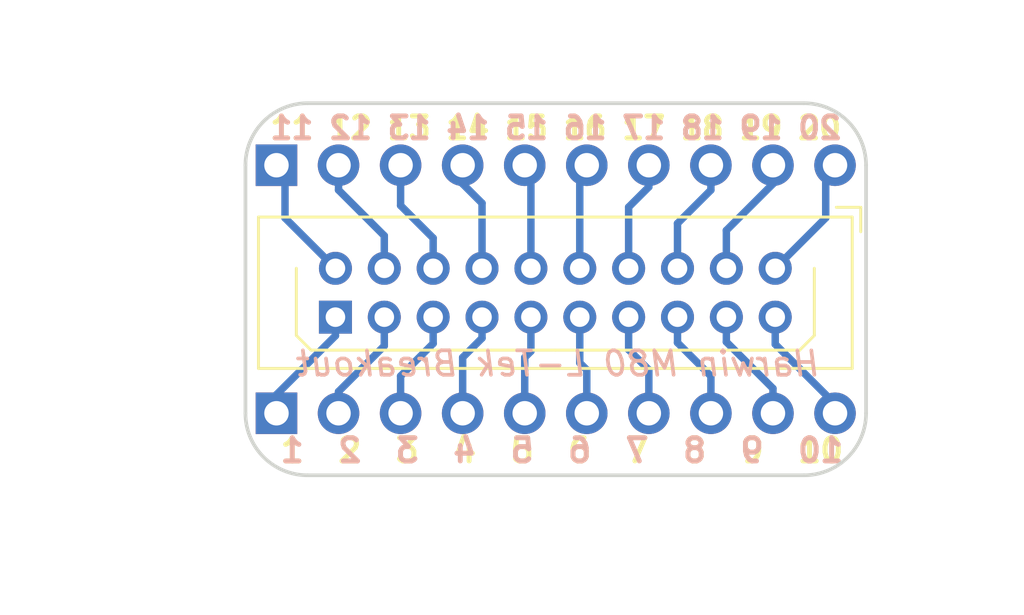
<source format=kicad_pcb>
(kicad_pcb (version 20171130) (host pcbnew "(5.1.12)-1")

  (general
    (thickness 1.6)
    (drawings 18)
    (tracks 58)
    (zones 0)
    (modules 3)
    (nets 21)
  )

  (page A4)
  (layers
    (0 F.Cu signal)
    (31 B.Cu signal)
    (32 B.Adhes user)
    (33 F.Adhes user)
    (34 B.Paste user)
    (35 F.Paste user)
    (36 B.SilkS user)
    (37 F.SilkS user)
    (38 B.Mask user)
    (39 F.Mask user)
    (40 Dwgs.User user)
    (41 Cmts.User user)
    (42 Eco1.User user)
    (43 Eco2.User user)
    (44 Edge.Cuts user)
    (45 Margin user)
    (46 B.CrtYd user)
    (47 F.CrtYd user)
    (48 B.Fab user)
    (49 F.Fab user)
  )

  (setup
    (last_trace_width 0.3048)
    (user_trace_width 0.1524)
    (user_trace_width 0.254)
    (user_trace_width 0.3048)
    (user_trace_width 0.4064)
    (trace_clearance 0.1524)
    (zone_clearance 0.508)
    (zone_45_only no)
    (trace_min 0.1524)
    (via_size 0.6858)
    (via_drill 0.3302)
    (via_min_size 0.508)
    (via_min_drill 0.254)
    (uvia_size 0.3)
    (uvia_drill 0.1)
    (uvias_allowed no)
    (uvia_min_size 0.2)
    (uvia_min_drill 0.1)
    (edge_width 0.15)
    (segment_width 0.1524)
    (pcb_text_width 0.3)
    (pcb_text_size 1.5 1.5)
    (mod_edge_width 0.25)
    (mod_text_size 1 1)
    (mod_text_width 0.15)
    (pad_size 1.524 1.524)
    (pad_drill 0.762)
    (pad_to_mask_clearance 0.0508)
    (solder_mask_min_width 0.1016)
    (aux_axis_origin 0 0)
    (visible_elements 7FFFFFFF)
    (pcbplotparams
      (layerselection 0x00030_80000001)
      (usegerberextensions false)
      (usegerberattributes true)
      (usegerberadvancedattributes true)
      (creategerberjobfile true)
      (excludeedgelayer true)
      (linewidth 0.100000)
      (plotframeref false)
      (viasonmask false)
      (mode 1)
      (useauxorigin false)
      (hpglpennumber 1)
      (hpglpenspeed 20)
      (hpglpendiameter 15.000000)
      (psnegative false)
      (psa4output false)
      (plotreference true)
      (plotvalue true)
      (plotinvisibletext false)
      (padsonsilk false)
      (subtractmaskfromsilk false)
      (outputformat 1)
      (mirror false)
      (drillshape 1)
      (scaleselection 1)
      (outputdirectory ""))
  )

  (net 0 "")
  (net 1 /A0)
  (net 2 /A1)
  (net 3 /A2)
  (net 4 /A3)
  (net 5 /D0)
  (net 6 /D1)
  (net 7 /D2)
  (net 8 /D3)
  (net 9 /D4)
  (net 10 /D5)
  (net 11 /D6)
  (net 12 /D7)
  (net 13 /D8)
  (net 14 /D9)
  (net 15 /D10)
  (net 16 /D13)
  (net 17 /D12)
  (net 18 /D11)
  (net 19 /A4)
  (net 20 /A5)

  (net_class Default "This is the default net class."
    (clearance 0.1524)
    (trace_width 0.1524)
    (via_dia 0.6858)
    (via_drill 0.3302)
    (uvia_dia 0.3)
    (uvia_drill 0.1)
    (add_net /A0)
    (add_net /A1)
    (add_net /A2)
    (add_net /A3)
    (add_net /A4)
    (add_net /A5)
    (add_net /D0)
    (add_net /D1)
    (add_net /D10)
    (add_net /D11)
    (add_net /D12)
    (add_net /D13)
    (add_net /D2)
    (add_net /D3)
    (add_net /D4)
    (add_net /D5)
    (add_net /D6)
    (add_net /D7)
    (add_net /D8)
    (add_net /D9)
  )

  (module footprints:Harwin_LTek-Male_2x10_P2.00mm_Vertical (layer F.Cu) (tedit 63405015) (tstamp 63405340)
    (at 122.013 124.873 180)
    (descr "Harwin LTek Connector, 20 pins, single row male, vertical entry")
    (tags "connector harwin ltek M80")
    (path /62FF0A69)
    (fp_text reference J1 (at 9 -5.5) (layer F.SilkS) hide
      (effects (font (size 1 1) (thickness 0.15)))
    )
    (fp_text value Conn_02x10_Top_Bottom (at 9 4) (layer F.Fab)
      (effects (font (size 1 1) (thickness 0.15)))
    )
    (fp_text user %R (at 9 0) (layer F.Fab)
      (effects (font (size 1 1) (thickness 0.15)))
    )
    (fp_line (start -3.5 2.5) (end -2.5 2.5) (layer F.SilkS) (width 0.12))
    (fp_line (start -3.5 1.5) (end -3.5 2.5) (layer F.SilkS) (width 0.12))
    (fp_line (start 19 -3.35) (end 9 -3.35) (layer F.SilkS) (width 0.12))
    (fp_line (start 19.6 -2.75) (end 19 -3.35) (layer F.SilkS) (width 0.12))
    (fp_line (start 19.6 0) (end 19.6 -2.75) (layer F.SilkS) (width 0.12))
    (fp_line (start -1 -3.35) (end 9 -3.35) (layer F.SilkS) (width 0.12))
    (fp_line (start -1.6 -2.75) (end -1 -3.35) (layer F.SilkS) (width 0.12))
    (fp_line (start -1.6 0) (end -1.6 -2.75) (layer F.SilkS) (width 0.12))
    (fp_line (start 19.75 1.5) (end -1.75 1.5) (layer F.Fab) (width 0.1))
    (fp_line (start 19.75 -2.75) (end 19.75 1.5) (layer F.Fab) (width 0.1))
    (fp_line (start 19 -3.5) (end 19.75 -2.75) (layer F.Fab) (width 0.1))
    (fp_line (start -1 -3.5) (end 19 -3.5) (layer F.Fab) (width 0.1))
    (fp_line (start -1.75 -2.75) (end -1 -3.5) (layer F.Fab) (width 0.1))
    (fp_line (start -1.75 1.5) (end -1.75 -2.75) (layer F.Fab) (width 0.1))
    (fp_line (start 21.05 -4) (end -3.05 -4) (layer F.Fab) (width 0.1))
    (fp_line (start 21.05 2) (end 21.05 -4) (layer F.Fab) (width 0.1))
    (fp_line (start -3.05 2) (end 21.05 2) (layer F.Fab) (width 0.1))
    (fp_line (start -3.05 -4) (end -3.05 2) (layer F.Fab) (width 0.1))
    (fp_line (start 21.55 -4.5) (end -3.55 -4.5) (layer F.CrtYd) (width 0.05))
    (fp_line (start 21.55 2.5) (end 21.55 -4.5) (layer F.CrtYd) (width 0.05))
    (fp_line (start -3.55 2.5) (end 21.55 2.5) (layer F.CrtYd) (width 0.05))
    (fp_line (start -3.55 -4.5) (end -3.55 2.5) (layer F.CrtYd) (width 0.05))
    (fp_line (start 21.15 -4.1) (end -3.15 -4.1) (layer F.SilkS) (width 0.12))
    (fp_line (start 21.15 2.1) (end 21.15 -4.1) (layer F.SilkS) (width 0.12))
    (fp_line (start -3.15 2.1) (end 21.15 2.1) (layer F.SilkS) (width 0.12))
    (fp_line (start -3.15 -4.1) (end -3.15 2.1) (layer F.SilkS) (width 0.12))
    (pad 1 thru_hole rect (at 18 -2 180) (size 1.35 1.35) (drill 0.8) (layers *.Cu *.Mask)
      (net 5 /D0))
    (pad 2 thru_hole circle (at 16 -2 180) (size 1.35 1.35) (drill 0.8) (layers *.Cu *.Mask)
      (net 6 /D1))
    (pad 3 thru_hole circle (at 14 -2 180) (size 1.35 1.35) (drill 0.8) (layers *.Cu *.Mask)
      (net 7 /D2))
    (pad 4 thru_hole circle (at 12 -2 180) (size 1.35 1.35) (drill 0.8) (layers *.Cu *.Mask)
      (net 8 /D3))
    (pad 5 thru_hole circle (at 10 -2 180) (size 1.35 1.35) (drill 0.8) (layers *.Cu *.Mask)
      (net 9 /D4))
    (pad 6 thru_hole circle (at 8 -2 180) (size 1.35 1.35) (drill 0.8) (layers *.Cu *.Mask)
      (net 10 /D5))
    (pad 7 thru_hole circle (at 6 -2 180) (size 1.35 1.35) (drill 0.8) (layers *.Cu *.Mask)
      (net 11 /D6))
    (pad 8 thru_hole circle (at 4 -2 180) (size 1.35 1.35) (drill 0.8) (layers *.Cu *.Mask)
      (net 12 /D7))
    (pad 9 thru_hole circle (at 2 -2 180) (size 1.35 1.35) (drill 0.8) (layers *.Cu *.Mask)
      (net 13 /D8))
    (pad 10 thru_hole circle (at 0 -2 180) (size 1.35 1.35) (drill 0.8) (layers *.Cu *.Mask)
      (net 14 /D9))
    (pad 11 thru_hole circle (at 18 0 180) (size 1.35 1.35) (drill 0.8) (layers *.Cu *.Mask)
      (net 20 /A5))
    (pad 12 thru_hole circle (at 16 0 180) (size 1.35 1.35) (drill 0.8) (layers *.Cu *.Mask)
      (net 19 /A4))
    (pad 13 thru_hole circle (at 14 0 180) (size 1.35 1.35) (drill 0.8) (layers *.Cu *.Mask)
      (net 4 /A3))
    (pad 14 thru_hole circle (at 12 0 180) (size 1.35 1.35) (drill 0.8) (layers *.Cu *.Mask)
      (net 3 /A2))
    (pad 15 thru_hole circle (at 10 0 180) (size 1.35 1.35) (drill 0.8) (layers *.Cu *.Mask)
      (net 2 /A1))
    (pad 16 thru_hole circle (at 8 0 180) (size 1.35 1.35) (drill 0.8) (layers *.Cu *.Mask)
      (net 1 /A0))
    (pad 17 thru_hole circle (at 6 0 180) (size 1.35 1.35) (drill 0.8) (layers *.Cu *.Mask)
      (net 15 /D10))
    (pad 18 thru_hole circle (at 4 0 180) (size 1.35 1.35) (drill 0.8) (layers *.Cu *.Mask)
      (net 18 /D11))
    (pad 19 thru_hole circle (at 2 0 180) (size 1.35 1.35) (drill 0.8) (layers *.Cu *.Mask)
      (net 17 /D12))
    (pad 20 thru_hole circle (at 0 0 180) (size 1.35 1.35) (drill 0.8) (layers *.Cu *.Mask)
      (net 16 /D13))
    (model ${KISYS3DMOD}/Connector_Harwin.3dshapes/Harwin_LTek-Male_2x10_P2.00mm_Vertical.wrl
      (at (xyz 0 0 0))
      (scale (xyz 1 1 1))
      (rotate (xyz 0 0 0))
    )
  )

  (module Connector_PinHeader_2.54mm:PinHeader_1x10_P2.54mm_Vertical (layer F.Cu) (tedit 63331346) (tstamp 6332231A)
    (at 101.6 120.65 90)
    (descr "Through hole straight pin header, 1x10, 2.54mm pitch, single row")
    (tags "Through hole pin header THT 1x10 2.54mm single row")
    (path /6333E140)
    (fp_text reference J3 (at 0 -2.33 90) (layer F.SilkS) hide
      (effects (font (size 1 1) (thickness 0.15)))
    )
    (fp_text value Conn_01x10_Male (at 0 25.19 90) (layer F.Fab)
      (effects (font (size 1 1) (thickness 0.15)))
    )
    (fp_line (start 1.8 -1.8) (end -1.8 -1.8) (layer F.CrtYd) (width 0.05))
    (fp_line (start 1.8 24.65) (end 1.8 -1.8) (layer F.CrtYd) (width 0.05))
    (fp_line (start -1.8 24.65) (end 1.8 24.65) (layer F.CrtYd) (width 0.05))
    (fp_line (start -1.8 -1.8) (end -1.8 24.65) (layer F.CrtYd) (width 0.05))
    (fp_line (start -1.27 -0.635) (end -0.635 -1.27) (layer F.Fab) (width 0.1))
    (fp_line (start -1.27 24.13) (end -1.27 -0.635) (layer F.Fab) (width 0.1))
    (fp_line (start 1.27 24.13) (end -1.27 24.13) (layer F.Fab) (width 0.1))
    (fp_line (start 1.27 -1.27) (end 1.27 24.13) (layer F.Fab) (width 0.1))
    (fp_line (start -0.635 -1.27) (end 1.27 -1.27) (layer F.Fab) (width 0.1))
    (fp_text user %R (at 0 11.43 180) (layer F.Fab)
      (effects (font (size 1 1) (thickness 0.15)))
    )
    (pad 1 thru_hole rect (at 0 0 90) (size 1.7 1.7) (drill 1) (layers *.Cu *.Mask)
      (net 20 /A5))
    (pad 2 thru_hole oval (at 0 2.54 90) (size 1.7 1.7) (drill 1) (layers *.Cu *.Mask)
      (net 19 /A4))
    (pad 3 thru_hole oval (at 0 5.08 90) (size 1.7 1.7) (drill 1) (layers *.Cu *.Mask)
      (net 4 /A3))
    (pad 4 thru_hole oval (at 0 7.62 90) (size 1.7 1.7) (drill 1) (layers *.Cu *.Mask)
      (net 3 /A2))
    (pad 5 thru_hole oval (at 0 10.16 90) (size 1.7 1.7) (drill 1) (layers *.Cu *.Mask)
      (net 2 /A1))
    (pad 6 thru_hole oval (at 0 12.7 90) (size 1.7 1.7) (drill 1) (layers *.Cu *.Mask)
      (net 1 /A0))
    (pad 7 thru_hole oval (at 0 15.24 90) (size 1.7 1.7) (drill 1) (layers *.Cu *.Mask)
      (net 15 /D10))
    (pad 8 thru_hole oval (at 0 17.78 90) (size 1.7 1.7) (drill 1) (layers *.Cu *.Mask)
      (net 18 /D11))
    (pad 9 thru_hole oval (at 0 20.32 90) (size 1.7 1.7) (drill 1) (layers *.Cu *.Mask)
      (net 17 /D12))
    (pad 10 thru_hole oval (at 0 22.86 90) (size 1.7 1.7) (drill 1) (layers *.Cu *.Mask)
      (net 16 /D13))
    (model ${KISYS3DMOD}/Connector_PinHeader_2.54mm.3dshapes/PinHeader_1x10_P2.54mm_Vertical.wrl
      (at (xyz 0 0 0))
      (scale (xyz 1 1 1))
      (rotate (xyz 0 0 0))
    )
  )

  (module Connector_PinHeader_2.54mm:PinHeader_1x10_P2.54mm_Vertical (layer F.Cu) (tedit 63331326) (tstamp 63334017)
    (at 101.6 130.81 90)
    (descr "Through hole straight pin header, 1x10, 2.54mm pitch, single row")
    (tags "Through hole pin header THT 1x10 2.54mm single row")
    (path /6333F148)
    (fp_text reference J4 (at 0 -2.33 90) (layer F.SilkS) hide
      (effects (font (size 1 1) (thickness 0.15)))
    )
    (fp_text value Conn_01x10_Male (at 0 25.19 90) (layer F.Fab)
      (effects (font (size 1 1) (thickness 0.15)))
    )
    (fp_line (start -0.635 -1.27) (end 1.27 -1.27) (layer F.Fab) (width 0.1))
    (fp_line (start 1.27 -1.27) (end 1.27 24.13) (layer F.Fab) (width 0.1))
    (fp_line (start 1.27 24.13) (end -1.27 24.13) (layer F.Fab) (width 0.1))
    (fp_line (start -1.27 24.13) (end -1.27 -0.635) (layer F.Fab) (width 0.1))
    (fp_line (start -1.27 -0.635) (end -0.635 -1.27) (layer F.Fab) (width 0.1))
    (fp_line (start -1.8 -1.8) (end -1.8 24.65) (layer F.CrtYd) (width 0.05))
    (fp_line (start -1.8 24.65) (end 1.8 24.65) (layer F.CrtYd) (width 0.05))
    (fp_line (start 1.8 24.65) (end 1.8 -1.8) (layer F.CrtYd) (width 0.05))
    (fp_line (start 1.8 -1.8) (end -1.8 -1.8) (layer F.CrtYd) (width 0.05))
    (fp_text user %R (at 0 11.43 180) (layer F.Fab)
      (effects (font (size 1 1) (thickness 0.15)))
    )
    (pad 10 thru_hole oval (at 0 22.86 90) (size 1.7 1.7) (drill 1) (layers *.Cu *.Mask)
      (net 14 /D9))
    (pad 9 thru_hole oval (at 0 20.32 90) (size 1.7 1.7) (drill 1) (layers *.Cu *.Mask)
      (net 13 /D8))
    (pad 8 thru_hole oval (at 0 17.78 90) (size 1.7 1.7) (drill 1) (layers *.Cu *.Mask)
      (net 12 /D7))
    (pad 7 thru_hole oval (at 0 15.24 90) (size 1.7 1.7) (drill 1) (layers *.Cu *.Mask)
      (net 11 /D6))
    (pad 6 thru_hole oval (at 0 12.7 90) (size 1.7 1.7) (drill 1) (layers *.Cu *.Mask)
      (net 10 /D5))
    (pad 5 thru_hole oval (at 0 10.16 90) (size 1.7 1.7) (drill 1) (layers *.Cu *.Mask)
      (net 9 /D4))
    (pad 4 thru_hole oval (at 0 7.62 90) (size 1.7 1.7) (drill 1) (layers *.Cu *.Mask)
      (net 8 /D3))
    (pad 3 thru_hole oval (at 0 5.08 90) (size 1.7 1.7) (drill 1) (layers *.Cu *.Mask)
      (net 7 /D2))
    (pad 2 thru_hole oval (at 0 2.54 90) (size 1.7 1.7) (drill 1) (layers *.Cu *.Mask)
      (net 6 /D1))
    (pad 1 thru_hole rect (at 0 0 90) (size 1.7 1.7) (drill 1) (layers *.Cu *.Mask)
      (net 5 /D0))
    (model ${KISYS3DMOD}/Connector_PinHeader_2.54mm.3dshapes/PinHeader_1x10_P2.54mm_Vertical.wrl
      (at (xyz 0 0 0))
      (scale (xyz 1 1 1))
      (rotate (xyz 0 0 0))
    )
  )

  (gr_text "20 19 18 17 16 15 14 13 12 11" (at 113.03 119.126) (layer B.SilkS)
    (effects (font (size 0.9 0.9) (thickness 0.2)) (justify mirror))
  )
  (gr_text "10  9  8  7  6  5  4  3  2  1" (at 113.284 132.334) (layer B.SilkS)
    (effects (font (size 0.95 0.95) (thickness 0.2)) (justify mirror))
  )
  (dimension 10.16 (width 0.15) (layer Dwgs.User)
    (gr_text "0.4000 in" (at 130.84 125.73 270) (layer Dwgs.User)
      (effects (font (size 1 1) (thickness 0.15)))
    )
    (feature1 (pts (xy 124.46 130.81) (xy 130.126421 130.81)))
    (feature2 (pts (xy 124.46 120.65) (xy 130.126421 120.65)))
    (crossbar (pts (xy 129.54 120.65) (xy 129.54 130.81)))
    (arrow1a (pts (xy 129.54 130.81) (xy 128.953579 129.683496)))
    (arrow1b (pts (xy 129.54 130.81) (xy 130.126421 129.683496)))
    (arrow2a (pts (xy 129.54 120.65) (xy 128.953579 121.776504)))
    (arrow2b (pts (xy 129.54 120.65) (xy 130.126421 121.776504)))
  )
  (dimension 25.4 (width 0.15) (layer Dwgs.User)
    (gr_text "1.0000 in" (at 113.03 139.73) (layer Dwgs.User)
      (effects (font (size 1 1) (thickness 0.15)))
    )
    (feature1 (pts (xy 125.73 130.81) (xy 125.73 139.016421)))
    (feature2 (pts (xy 100.33 130.81) (xy 100.33 139.016421)))
    (crossbar (pts (xy 100.33 138.43) (xy 125.73 138.43)))
    (arrow1a (pts (xy 125.73 138.43) (xy 124.603496 139.016421)))
    (arrow1b (pts (xy 125.73 138.43) (xy 124.603496 137.843579)))
    (arrow2a (pts (xy 100.33 138.43) (xy 101.456504 139.016421)))
    (arrow2b (pts (xy 100.33 138.43) (xy 101.456504 137.843579)))
  )
  (dimension 15.24 (width 0.15) (layer Dwgs.User)
    (gr_text "0.6000 in" (at 93.95 125.73 90) (layer Dwgs.User)
      (effects (font (size 1 1) (thickness 0.15)))
    )
    (feature1 (pts (xy 102.87 118.11) (xy 94.663579 118.11)))
    (feature2 (pts (xy 102.87 133.35) (xy 94.663579 133.35)))
    (crossbar (pts (xy 95.25 133.35) (xy 95.25 118.11)))
    (arrow1a (pts (xy 95.25 118.11) (xy 95.836421 119.236504)))
    (arrow1b (pts (xy 95.25 118.11) (xy 94.663579 119.236504)))
    (arrow2a (pts (xy 95.25 133.35) (xy 95.836421 132.223496)))
    (arrow2b (pts (xy 95.25 133.35) (xy 94.663579 132.223496)))
  )
  (gr_line (start 100.33 120.65) (end 100.33 130.81) (layer Edge.Cuts) (width 0.15) (tstamp 63334D48))
  (gr_line (start 123.19 118.11) (end 102.87 118.11) (layer Edge.Cuts) (width 0.15) (tstamp 63334D47))
  (gr_line (start 125.73 130.81) (end 125.73 120.65) (layer Edge.Cuts) (width 0.15) (tstamp 63334D46))
  (gr_line (start 102.87 133.35) (end 123.19 133.35) (layer Edge.Cuts) (width 0.15) (tstamp 63334D45))
  (gr_text "Harwin M80 L-Tek Breakout" (at 113.157 128.778) (layer B.SilkS)
    (effects (font (size 1 1) (thickness 0.15) italic) (justify mirror))
  )
  (gr_text "11 12 13 14 15 16 17 18 19 20" (at 113.03 119.126) (layer F.SilkS) (tstamp 63334871)
    (effects (font (size 0.9 0.9) (thickness 0.2)))
  )
  (gr_text "1  2  3  4  5  6  7  8  9  10" (at 113.284 132.334) (layer F.SilkS) (tstamp 63335405)
    (effects (font (size 0.95 0.95) (thickness 0.2)))
  )
  (gr_line (start 128.27 125.73) (end 97.79 125.73) (layer Dwgs.User) (width 0.15))
  (gr_line (start 113.03 115.57) (end 113.03 137.16) (layer Dwgs.User) (width 0.15))
  (gr_arc (start 102.87 130.81) (end 100.33 130.81) (angle -90) (layer Edge.Cuts) (width 0.15))
  (gr_arc (start 123.19 130.81) (end 123.19 133.35) (angle -90) (layer Edge.Cuts) (width 0.15))
  (gr_arc (start 123.19 120.65) (end 125.73 120.65) (angle -90) (layer Edge.Cuts) (width 0.15))
  (gr_arc (start 102.87 120.65) (end 102.87 118.11) (angle -90) (layer Edge.Cuts) (width 0.15))

  (segment (start 114.013 120.937) (end 114.3 120.65) (width 0.3048) (layer B.Cu) (net 1))
  (segment (start 114.013 124.873) (end 114.013 120.937) (width 0.3048) (layer B.Cu) (net 1))
  (segment (start 112.013 120.903) (end 111.76 120.65) (width 0.3048) (layer B.Cu) (net 2))
  (segment (start 112.013 124.873) (end 112.013 120.903) (width 0.3048) (layer B.Cu) (net 2))
  (segment (start 110.013 124.873) (end 110.013 122.205) (width 0.3048) (layer B.Cu) (net 3))
  (segment (start 109.22 121.412) (end 109.22 120.65) (width 0.3048) (layer B.Cu) (net 3))
  (segment (start 110.013 122.205) (end 109.22 121.412) (width 0.3048) (layer B.Cu) (net 3))
  (segment (start 108.013 124.873) (end 108.013 123.634) (width 0.3048) (layer B.Cu) (net 4))
  (segment (start 106.68 122.301) (end 106.68 120.65) (width 0.3048) (layer B.Cu) (net 4))
  (segment (start 108.013 123.634) (end 106.68 122.301) (width 0.3048) (layer B.Cu) (net 4))
  (segment (start 104.013 126.873) (end 104.013 127.635) (width 0.3048) (layer B.Cu) (net 5))
  (segment (start 101.6 130.048) (end 101.6 130.81) (width 0.3048) (layer B.Cu) (net 5))
  (segment (start 104.013 127.635) (end 101.6 130.048) (width 0.3048) (layer B.Cu) (net 5))
  (segment (start 106.013 126.873) (end 106.013 128.048) (width 0.3048) (layer B.Cu) (net 6))
  (segment (start 104.14 129.921) (end 104.14 130.81) (width 0.3048) (layer B.Cu) (net 6))
  (segment (start 106.013 128.048) (end 104.14 129.921) (width 0.3048) (layer B.Cu) (net 6))
  (segment (start 108.013 126.873) (end 108.013 127.953) (width 0.3048) (layer B.Cu) (net 7))
  (segment (start 106.68 129.286) (end 106.68 130.81) (width 0.3048) (layer B.Cu) (net 7))
  (segment (start 108.013 127.953) (end 106.68 129.286) (width 0.3048) (layer B.Cu) (net 7))
  (segment (start 110.013 126.873) (end 110.013 127.731) (width 0.3048) (layer B.Cu) (net 8))
  (segment (start 109.22 128.524) (end 109.22 130.81) (width 0.3048) (layer B.Cu) (net 8))
  (segment (start 110.013 127.731) (end 109.22 128.524) (width 0.3048) (layer B.Cu) (net 8))
  (segment (start 112.013 126.873) (end 112.013 128.271) (width 0.3048) (layer B.Cu) (net 9))
  (segment (start 111.76 128.524) (end 111.76 130.81) (width 0.3048) (layer B.Cu) (net 9))
  (segment (start 112.013 128.271) (end 111.76 128.524) (width 0.3048) (layer B.Cu) (net 9))
  (segment (start 114.013 126.873) (end 114.013 128.745) (width 0.3048) (layer B.Cu) (net 10))
  (segment (start 114.3 129.032) (end 114.3 130.81) (width 0.3048) (layer B.Cu) (net 10))
  (segment (start 114.013 128.745) (end 114.3 129.032) (width 0.3048) (layer B.Cu) (net 10))
  (segment (start 116.013 126.873) (end 116.013 128.205) (width 0.3048) (layer B.Cu) (net 11))
  (segment (start 116.84 129.032) (end 116.84 130.81) (width 0.3048) (layer B.Cu) (net 11))
  (segment (start 116.013 128.205) (end 116.84 129.032) (width 0.3048) (layer B.Cu) (net 11))
  (segment (start 118.013 126.873) (end 118.013 127.919) (width 0.3048) (layer B.Cu) (net 12))
  (segment (start 119.38 129.286) (end 119.38 130.81) (width 0.3048) (layer B.Cu) (net 12))
  (segment (start 118.013 127.919) (end 119.38 129.286) (width 0.3048) (layer B.Cu) (net 12))
  (segment (start 120.013 126.873) (end 120.013 127.887) (width 0.3048) (layer B.Cu) (net 13))
  (segment (start 121.92 129.794) (end 121.92 130.81) (width 0.3048) (layer B.Cu) (net 13))
  (segment (start 120.013 127.887) (end 121.92 129.794) (width 0.3048) (layer B.Cu) (net 13))
  (segment (start 122.013 126.873) (end 122.013 127.982) (width 0.3048) (layer B.Cu) (net 14))
  (segment (start 124.46 130.429) (end 124.46 130.81) (width 0.3048) (layer B.Cu) (net 14))
  (segment (start 122.013 127.982) (end 124.46 130.429) (width 0.3048) (layer B.Cu) (net 14))
  (segment (start 116.013 124.873) (end 116.013 122.366) (width 0.3048) (layer B.Cu) (net 15))
  (segment (start 116.84 121.539) (end 116.84 120.65) (width 0.3048) (layer B.Cu) (net 15))
  (segment (start 116.013 122.366) (end 116.84 121.539) (width 0.3048) (layer B.Cu) (net 15))
  (segment (start 122.013 124.873) (end 124.079 122.807) (width 0.3048) (layer B.Cu) (net 16))
  (segment (start 124.079 121.031) (end 124.46 120.65) (width 0.3048) (layer B.Cu) (net 16))
  (segment (start 124.079 122.807) (end 124.079 121.031) (width 0.3048) (layer B.Cu) (net 16))
  (segment (start 120.013 124.873) (end 120.013 123.319) (width 0.3048) (layer B.Cu) (net 17))
  (segment (start 121.92 121.412) (end 121.92 120.65) (width 0.3048) (layer B.Cu) (net 17))
  (segment (start 120.013 123.319) (end 121.92 121.412) (width 0.3048) (layer B.Cu) (net 17))
  (segment (start 118.013 124.873) (end 118.013 123.033) (width 0.3048) (layer B.Cu) (net 18))
  (segment (start 119.38 121.666) (end 119.38 120.65) (width 0.3048) (layer B.Cu) (net 18))
  (segment (start 118.013 123.033) (end 119.38 121.666) (width 0.3048) (layer B.Cu) (net 18))
  (segment (start 106.013 124.873) (end 106.013 123.539) (width 0.3048) (layer B.Cu) (net 19))
  (segment (start 104.14 121.666) (end 104.14 120.65) (width 0.3048) (layer B.Cu) (net 19))
  (segment (start 106.013 123.539) (end 104.14 121.666) (width 0.3048) (layer B.Cu) (net 19))
  (segment (start 104.013 124.873) (end 101.949 122.809) (width 0.3048) (layer B.Cu) (net 20))
  (segment (start 101.949 120.999) (end 101.6 120.65) (width 0.3048) (layer B.Cu) (net 20))
  (segment (start 101.949 122.809) (end 101.949 120.999) (width 0.3048) (layer B.Cu) (net 20))

)

</source>
